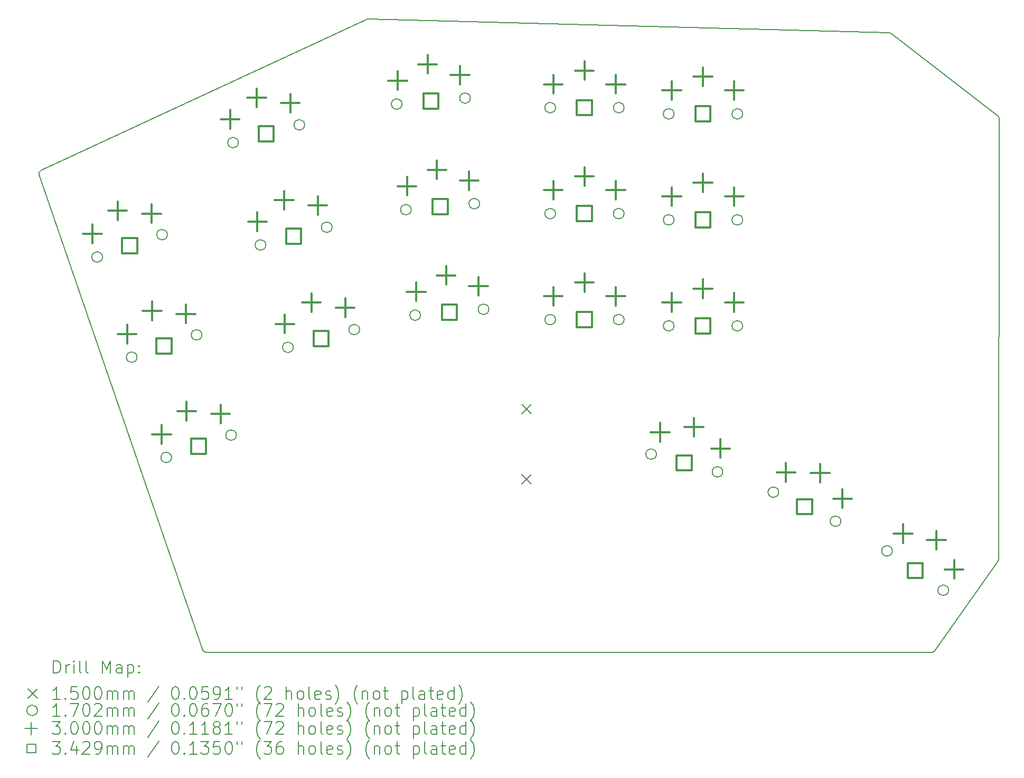
<source format=gbr>
%FSLAX45Y45*%
G04 Gerber Fmt 4.5, Leading zero omitted, Abs format (unit mm)*
G04 Created by KiCad (PCBNEW 5.99.0-unknown-fa82fcb809~131~ubuntu20.04.1) date 2021-09-08 19:53:16*
%MOMM*%
%LPD*%
G01*
G04 APERTURE LIST*
%TA.AperFunction,Profile*%
%ADD10C,0.150000*%
%TD*%
%ADD11C,0.200000*%
%ADD12C,0.150000*%
%ADD13C,0.170180*%
%ADD14C,0.300000*%
%ADD15C,0.342900*%
G04 APERTURE END LIST*
D10*
X11210202Y-3397598D02*
X-437783Y-3396573D01*
X-485055Y-3362852D02*
X-3112145Y4266773D01*
X-3085931Y4328399D02*
X2139939Y6755488D01*
X2162320Y6760122D02*
X10515904Y6539491D01*
X10545124Y6529097D02*
X12262702Y5204108D01*
X12282162Y5164424D02*
X12268700Y-1907414D01*
X12259658Y-1935997D02*
X11251164Y-3376276D01*
X-437783Y-3396573D02*
G75*
G02*
X-485055Y-3362852I4J50000D01*
G01*
X-3112145Y4266773D02*
G75*
G02*
X-3085931Y4328399I47276J16278D01*
G01*
X2139939Y6755488D02*
G75*
G02*
X2162320Y6760122I21061J-45348D01*
G01*
X10515904Y6539491D02*
G75*
G02*
X10545124Y6529097I-1320J-49983D01*
G01*
X12262702Y5204108D02*
G75*
G02*
X12282162Y5164424I-30540J-39589D01*
G01*
X12268700Y-1907414D02*
G75*
G02*
X12259658Y-1935997I-50000J95D01*
G01*
X11251164Y-3376276D02*
G75*
G02*
X11210202Y-3397598I-40958J28679D01*
G01*
D11*
D12*
X4627209Y576560D02*
X4777209Y426560D01*
X4777209Y576560D02*
X4627209Y426560D01*
X4627209Y-548440D02*
X4777209Y-698440D01*
X4777209Y-548440D02*
X4627209Y-698440D01*
D13*
X-2095343Y2943082D02*
G75*
G03*
X-2095343Y2943082I-85090J0D01*
G01*
X-2095343Y2943082D02*
G75*
G03*
X-2095343Y2943082I-85090J0D01*
G01*
X-1541877Y1335701D02*
G75*
G03*
X-1541877Y1335701I-85090J0D01*
G01*
X-1541877Y1335701D02*
G75*
G03*
X-1541877Y1335701I-85090J0D01*
G01*
X-1055272Y3301207D02*
G75*
G03*
X-1055272Y3301207I-85090J0D01*
G01*
X-1055272Y3301207D02*
G75*
G03*
X-1055272Y3301207I-85090J0D01*
G01*
X-988411Y-271681D02*
G75*
G03*
X-988411Y-271681I-85090J0D01*
G01*
X-988411Y-271681D02*
G75*
G03*
X-988411Y-271681I-85090J0D01*
G01*
X-501806Y1693826D02*
G75*
G03*
X-501806Y1693826I-85090J0D01*
G01*
X-501806Y1693826D02*
G75*
G03*
X-501806Y1693826I-85090J0D01*
G01*
X51659Y86444D02*
G75*
G03*
X51659Y86444I-85090J0D01*
G01*
X51659Y86444D02*
G75*
G03*
X51659Y86444I-85090J0D01*
G01*
X82978Y4778197D02*
G75*
G03*
X82978Y4778197I-85090J0D01*
G01*
X82978Y4778197D02*
G75*
G03*
X82978Y4778197I-85090J0D01*
G01*
X522971Y3136123D02*
G75*
G03*
X522971Y3136123I-85090J0D01*
G01*
X522971Y3136123D02*
G75*
G03*
X522971Y3136123I-85090J0D01*
G01*
X962963Y1494049D02*
G75*
G03*
X962963Y1494049I-85090J0D01*
G01*
X962963Y1494049D02*
G75*
G03*
X962963Y1494049I-85090J0D01*
G01*
X1145497Y5062898D02*
G75*
G03*
X1145497Y5062898I-85090J0D01*
G01*
X1145497Y5062898D02*
G75*
G03*
X1145497Y5062898I-85090J0D01*
G01*
X1585489Y3420824D02*
G75*
G03*
X1585489Y3420824I-85090J0D01*
G01*
X1585489Y3420824D02*
G75*
G03*
X1585489Y3420824I-85090J0D01*
G01*
X2025481Y1778750D02*
G75*
G03*
X2025481Y1778750I-85090J0D01*
G01*
X2025481Y1778750D02*
G75*
G03*
X2025481Y1778750I-85090J0D01*
G01*
X2706362Y5396264D02*
G75*
G03*
X2706362Y5396264I-85090J0D01*
G01*
X2706362Y5396264D02*
G75*
G03*
X2706362Y5396264I-85090J0D01*
G01*
X2854526Y3702733D02*
G75*
G03*
X2854526Y3702733I-85090J0D01*
G01*
X2854526Y3702733D02*
G75*
G03*
X2854526Y3702733I-85090J0D01*
G01*
X3002691Y2009202D02*
G75*
G03*
X3002691Y2009202I-85090J0D01*
G01*
X3002691Y2009202D02*
G75*
G03*
X3002691Y2009202I-85090J0D01*
G01*
X3802176Y5492136D02*
G75*
G03*
X3802176Y5492136I-85090J0D01*
G01*
X3802176Y5492136D02*
G75*
G03*
X3802176Y5492136I-85090J0D01*
G01*
X3950340Y3798605D02*
G75*
G03*
X3950340Y3798605I-85090J0D01*
G01*
X3950340Y3798605D02*
G75*
G03*
X3950340Y3798605I-85090J0D01*
G01*
X4098505Y2105074D02*
G75*
G03*
X4098505Y2105074I-85090J0D01*
G01*
X4098505Y2105074D02*
G75*
G03*
X4098505Y2105074I-85090J0D01*
G01*
X5167299Y5339060D02*
G75*
G03*
X5167299Y5339060I-85090J0D01*
G01*
X5167299Y5339060D02*
G75*
G03*
X5167299Y5339060I-85090J0D01*
G01*
X5167299Y3639060D02*
G75*
G03*
X5167299Y3639060I-85090J0D01*
G01*
X5167299Y3639060D02*
G75*
G03*
X5167299Y3639060I-85090J0D01*
G01*
X5167299Y1939060D02*
G75*
G03*
X5167299Y1939060I-85090J0D01*
G01*
X5167299Y1939060D02*
G75*
G03*
X5167299Y1939060I-85090J0D01*
G01*
X6267299Y5339060D02*
G75*
G03*
X6267299Y5339060I-85090J0D01*
G01*
X6267299Y5339060D02*
G75*
G03*
X6267299Y5339060I-85090J0D01*
G01*
X6267299Y3639060D02*
G75*
G03*
X6267299Y3639060I-85090J0D01*
G01*
X6267299Y3639060D02*
G75*
G03*
X6267299Y3639060I-85090J0D01*
G01*
X6267299Y1939060D02*
G75*
G03*
X6267299Y1939060I-85090J0D01*
G01*
X6267299Y1939060D02*
G75*
G03*
X6267299Y1939060I-85090J0D01*
G01*
X6786040Y-218589D02*
G75*
G03*
X6786040Y-218589I-85090J0D01*
G01*
X6786040Y-218589D02*
G75*
G03*
X6786040Y-218589I-85090J0D01*
G01*
X7067299Y5239060D02*
G75*
G03*
X7067299Y5239060I-85090J0D01*
G01*
X7067299Y5239060D02*
G75*
G03*
X7067299Y5239060I-85090J0D01*
G01*
X7067299Y3539060D02*
G75*
G03*
X7067299Y3539060I-85090J0D01*
G01*
X7067299Y3539060D02*
G75*
G03*
X7067299Y3539060I-85090J0D01*
G01*
X7067299Y1839060D02*
G75*
G03*
X7067299Y1839060I-85090J0D01*
G01*
X7067299Y1839060D02*
G75*
G03*
X7067299Y1839060I-85090J0D01*
G01*
X7848558Y-503290D02*
G75*
G03*
X7848558Y-503290I-85090J0D01*
G01*
X7848558Y-503290D02*
G75*
G03*
X7848558Y-503290I-85090J0D01*
G01*
X8167299Y5239060D02*
G75*
G03*
X8167299Y5239060I-85090J0D01*
G01*
X8167299Y5239060D02*
G75*
G03*
X8167299Y5239060I-85090J0D01*
G01*
X8167299Y3539060D02*
G75*
G03*
X8167299Y3539060I-85090J0D01*
G01*
X8167299Y3539060D02*
G75*
G03*
X8167299Y3539060I-85090J0D01*
G01*
X8167299Y1839060D02*
G75*
G03*
X8167299Y1839060I-85090J0D01*
G01*
X8167299Y1839060D02*
G75*
G03*
X8167299Y1839060I-85090J0D01*
G01*
X8744871Y-829522D02*
G75*
G03*
X8744871Y-829522I-85090J0D01*
G01*
X8744871Y-829522D02*
G75*
G03*
X8744871Y-829522I-85090J0D01*
G01*
X9741810Y-1294402D02*
G75*
G03*
X9741810Y-1294402I-85090J0D01*
G01*
X9741810Y-1294402D02*
G75*
G03*
X9741810Y-1294402I-85090J0D01*
G01*
X10567856Y-1771320D02*
G75*
G03*
X10567856Y-1771320I-85090J0D01*
G01*
X10567856Y-1771320D02*
G75*
G03*
X10567856Y-1771320I-85090J0D01*
G01*
X11468923Y-2402254D02*
G75*
G03*
X11468923Y-2402254I-85090J0D01*
G01*
X11468923Y-2402254D02*
G75*
G03*
X11468923Y-2402254I-85090J0D01*
G01*
D14*
X-2255245Y3463930D02*
X-2255245Y3163930D01*
X-2405245Y3313930D02*
X-2105245Y3313930D01*
X-1854111Y3834728D02*
X-1854111Y3534728D01*
X-2004111Y3684728D02*
X-1704111Y3684728D01*
X-1854111Y3834728D02*
X-1854111Y3534728D01*
X-2004111Y3684728D02*
X-1704111Y3684728D01*
X-1701779Y1856549D02*
X-1701779Y1556549D01*
X-1851779Y1706549D02*
X-1551779Y1706549D01*
X-1309726Y3789498D02*
X-1309726Y3489498D01*
X-1459726Y3639498D02*
X-1159726Y3639498D01*
X-1300645Y2227347D02*
X-1300645Y1927347D01*
X-1450645Y2077347D02*
X-1150645Y2077347D01*
X-1300645Y2227347D02*
X-1300645Y1927347D01*
X-1450645Y2077347D02*
X-1150645Y2077347D01*
X-1148313Y249167D02*
X-1148313Y-50833D01*
X-1298313Y99167D02*
X-998313Y99167D01*
X-756260Y2182117D02*
X-756260Y1882117D01*
X-906260Y2032117D02*
X-606261Y2032117D01*
X-747179Y619965D02*
X-747179Y319965D01*
X-897179Y469965D02*
X-597179Y469965D01*
X-747179Y619965D02*
X-747179Y319965D01*
X-897179Y469965D02*
X-597179Y469965D01*
X-202795Y574735D02*
X-202795Y274735D01*
X-352795Y424735D02*
X-52795Y424735D01*
X-50873Y5303360D02*
X-50873Y5003360D01*
X-200873Y5153360D02*
X99127Y5153360D01*
X375150Y5645273D02*
X375150Y5345273D01*
X225150Y5495273D02*
X525150Y5495273D01*
X375150Y5645273D02*
X375150Y5345273D01*
X225150Y5495273D02*
X525150Y5495273D01*
X389120Y3661286D02*
X389120Y3361286D01*
X239120Y3511286D02*
X539120Y3511286D01*
X815142Y4003199D02*
X815142Y3703199D01*
X665143Y3853199D02*
X965142Y3853199D01*
X815142Y4003199D02*
X815142Y3703199D01*
X665143Y3853199D02*
X965142Y3853199D01*
X829112Y2019212D02*
X829112Y1719212D01*
X679112Y1869212D02*
X979112Y1869212D01*
X915053Y5562179D02*
X915053Y5262179D01*
X765053Y5412179D02*
X1065053Y5412179D01*
X1255135Y2361125D02*
X1255135Y2061125D01*
X1105135Y2211125D02*
X1405135Y2211125D01*
X1255135Y2361125D02*
X1255135Y2061125D01*
X1105135Y2211125D02*
X1405135Y2211125D01*
X1355046Y3920105D02*
X1355046Y3620105D01*
X1205046Y3770105D02*
X1505046Y3770105D01*
X1795038Y2278031D02*
X1795038Y1978031D01*
X1645038Y2128031D02*
X1945038Y2128031D01*
X2638398Y5924195D02*
X2638398Y5624195D01*
X2488398Y5774195D02*
X2788398Y5774195D01*
X2786563Y4230664D02*
X2786563Y3930664D01*
X2636563Y4080664D02*
X2936563Y4080664D01*
X2934727Y2537133D02*
X2934727Y2237133D01*
X2784727Y2387133D02*
X3084727Y2387133D01*
X3117321Y6186936D02*
X3117321Y5886936D01*
X2967321Y6036936D02*
X3267321Y6036936D01*
X3117321Y6186936D02*
X3117321Y5886936D01*
X2967321Y6036936D02*
X3267321Y6036936D01*
X3265486Y4493405D02*
X3265486Y4193405D01*
X3115486Y4343405D02*
X3415486Y4343405D01*
X3265486Y4493405D02*
X3265486Y4193405D01*
X3115486Y4343405D02*
X3415486Y4343405D01*
X3413650Y2799874D02*
X3413650Y2499874D01*
X3263650Y2649874D02*
X3563650Y2649874D01*
X3413650Y2799874D02*
X3413650Y2499874D01*
X3263650Y2649874D02*
X3563650Y2649874D01*
X3634593Y6011351D02*
X3634593Y5711351D01*
X3484593Y5861351D02*
X3784593Y5861351D01*
X3782757Y4317820D02*
X3782757Y4017820D01*
X3632757Y4167820D02*
X3932757Y4167820D01*
X3930922Y2624289D02*
X3930922Y2324289D01*
X3780922Y2474289D02*
X4080922Y2474289D01*
X5132209Y5864060D02*
X5132209Y5564060D01*
X4982209Y5714060D02*
X5282209Y5714060D01*
X5132209Y4164060D02*
X5132209Y3864060D01*
X4982209Y4014060D02*
X5282209Y4014060D01*
X5132209Y2464060D02*
X5132209Y2164060D01*
X4982209Y2314060D02*
X5282209Y2314060D01*
X5632209Y6084060D02*
X5632209Y5784060D01*
X5482209Y5934060D02*
X5782209Y5934060D01*
X5632209Y6084060D02*
X5632209Y5784060D01*
X5482209Y5934060D02*
X5782209Y5934060D01*
X5632209Y4384060D02*
X5632209Y4084060D01*
X5482209Y4234060D02*
X5782209Y4234060D01*
X5632209Y4384060D02*
X5632209Y4084060D01*
X5482209Y4234060D02*
X5782209Y4234060D01*
X5632209Y2684060D02*
X5632209Y2384060D01*
X5482209Y2534060D02*
X5782209Y2534060D01*
X5632209Y2684060D02*
X5632209Y2384060D01*
X5482209Y2534060D02*
X5782209Y2534060D01*
X6132209Y5864060D02*
X6132209Y5564060D01*
X5982209Y5714060D02*
X6282209Y5714060D01*
X6132209Y4164060D02*
X6132209Y3864060D01*
X5982209Y4014060D02*
X6282209Y4014060D01*
X6132209Y2464060D02*
X6132209Y2164060D01*
X5982209Y2314060D02*
X6282209Y2314060D01*
X6846303Y280692D02*
X6846303Y-19308D01*
X6696303Y130692D02*
X6996303Y130692D01*
X7032209Y5764060D02*
X7032209Y5464060D01*
X6882209Y5614060D02*
X7182209Y5614060D01*
X7032209Y4064060D02*
X7032209Y3764060D01*
X6882209Y3914060D02*
X7182209Y3914060D01*
X7032209Y2364060D02*
X7032209Y2064060D01*
X6882209Y2214060D02*
X7182209Y2214060D01*
X7386206Y363786D02*
X7386206Y63786D01*
X7236206Y213786D02*
X7536206Y213786D01*
X7386206Y363786D02*
X7386206Y63786D01*
X7236206Y213786D02*
X7536206Y213786D01*
X7532209Y5984060D02*
X7532209Y5684060D01*
X7382209Y5834060D02*
X7682209Y5834060D01*
X7532209Y5984060D02*
X7532209Y5684060D01*
X7382209Y5834060D02*
X7682209Y5834060D01*
X7532209Y4284060D02*
X7532209Y3984060D01*
X7382209Y4134060D02*
X7682209Y4134060D01*
X7532209Y4284060D02*
X7532209Y3984060D01*
X7382209Y4134060D02*
X7682209Y4134060D01*
X7532209Y2584060D02*
X7532209Y2284060D01*
X7382209Y2434060D02*
X7682209Y2434060D01*
X7532209Y2584060D02*
X7532209Y2284060D01*
X7382209Y2434060D02*
X7682209Y2434060D01*
X7812229Y21873D02*
X7812229Y-278127D01*
X7662229Y-128127D02*
X7962229Y-128127D01*
X8032209Y5764060D02*
X8032209Y5464060D01*
X7882209Y5614060D02*
X8182209Y5614060D01*
X8032209Y4064060D02*
X8032209Y3764060D01*
X7882209Y3914060D02*
X8182209Y3914060D01*
X8032209Y2364060D02*
X8032209Y2064060D01*
X7882209Y2214060D02*
X8182209Y2214060D01*
X8863578Y-360787D02*
X8863578Y-660787D01*
X8713578Y-510787D02*
X9013578Y-510787D01*
X9409708Y-372708D02*
X9409708Y-672709D01*
X9259708Y-522708D02*
X9559708Y-522708D01*
X9409708Y-372708D02*
X9409708Y-672709D01*
X9259708Y-522708D02*
X9559708Y-522708D01*
X9769886Y-783405D02*
X9769886Y-1083405D01*
X9619886Y-933405D02*
X9919886Y-933405D01*
X10738815Y-1342817D02*
X10738815Y-1642816D01*
X10588815Y-1492816D02*
X10888815Y-1492816D01*
X11274577Y-1449391D02*
X11274577Y-1749391D01*
X11124578Y-1599391D02*
X11424577Y-1599391D01*
X11274577Y-1449391D02*
X11274577Y-1749391D01*
X11124578Y-1599391D02*
X11424577Y-1599391D01*
X11557967Y-1916393D02*
X11557967Y-2216393D01*
X11407967Y-2066393D02*
X11707967Y-2066393D01*
D15*
X-1539163Y3000910D02*
X-1539163Y3243379D01*
X-1781632Y3243379D01*
X-1781632Y3000910D01*
X-1539163Y3000910D01*
X-1539163Y3000910D02*
X-1539163Y3243379D01*
X-1781632Y3243379D01*
X-1781632Y3000910D01*
X-1539163Y3000910D01*
X-985697Y1393529D02*
X-985697Y1635998D01*
X-1228166Y1635998D01*
X-1228166Y1393529D01*
X-985697Y1393529D01*
X-985697Y1393529D02*
X-985697Y1635998D01*
X-1228166Y1635998D01*
X-1228166Y1393529D01*
X-985697Y1393529D01*
X-432231Y-213853D02*
X-432231Y28616D01*
X-674701Y28616D01*
X-674701Y-213853D01*
X-432231Y-213853D01*
X-432231Y-213853D02*
X-432231Y28616D01*
X-674701Y28616D01*
X-674701Y-213853D01*
X-432231Y-213853D01*
X650382Y4799313D02*
X650382Y5041782D01*
X407913Y5041782D01*
X407913Y4799313D01*
X650382Y4799313D01*
X650382Y4799313D02*
X650382Y5041782D01*
X407913Y5041782D01*
X407913Y4799313D01*
X650382Y4799313D01*
X1090374Y3157238D02*
X1090374Y3399708D01*
X847905Y3399708D01*
X847905Y3157238D01*
X1090374Y3157238D01*
X1090374Y3157238D02*
X1090374Y3399708D01*
X847905Y3399708D01*
X847905Y3157238D01*
X1090374Y3157238D01*
X1530367Y1515165D02*
X1530367Y1757634D01*
X1287898Y1757634D01*
X1287898Y1515165D01*
X1530367Y1515165D01*
X1530367Y1515165D02*
X1530367Y1757634D01*
X1287898Y1757634D01*
X1287898Y1515165D01*
X1530367Y1515165D01*
X3290413Y5322965D02*
X3290413Y5565435D01*
X3047944Y5565435D01*
X3047944Y5322965D01*
X3290413Y5322965D01*
X3290413Y5322965D02*
X3290413Y5565435D01*
X3047944Y5565435D01*
X3047944Y5322965D01*
X3290413Y5322965D01*
X3438578Y3629434D02*
X3438578Y3871904D01*
X3196109Y3871904D01*
X3196109Y3629434D01*
X3438578Y3629434D01*
X3438578Y3629434D02*
X3438578Y3871904D01*
X3196109Y3871904D01*
X3196109Y3629434D01*
X3438578Y3629434D01*
X3586743Y1935903D02*
X3586743Y2178373D01*
X3344274Y2178373D01*
X3344274Y1935903D01*
X3586743Y1935903D01*
X3586743Y1935903D02*
X3586743Y2178373D01*
X3344274Y2178373D01*
X3344274Y1935903D01*
X3586743Y1935903D01*
X5753444Y5217826D02*
X5753444Y5460295D01*
X5510975Y5460295D01*
X5510975Y5217826D01*
X5753444Y5217826D01*
X5753444Y5217826D02*
X5753444Y5460295D01*
X5510975Y5460295D01*
X5510975Y5217826D01*
X5753444Y5217826D01*
X5753444Y3517825D02*
X5753444Y3760295D01*
X5510975Y3760295D01*
X5510975Y3517825D01*
X5753444Y3517825D01*
X5753444Y3517825D02*
X5753444Y3760295D01*
X5510975Y3760295D01*
X5510975Y3517825D01*
X5753444Y3517825D01*
X5753444Y1817825D02*
X5753444Y2060295D01*
X5510975Y2060295D01*
X5510975Y1817825D01*
X5753444Y1817825D01*
X5753444Y1817825D02*
X5753444Y2060295D01*
X5510975Y2060295D01*
X5510975Y1817825D01*
X5753444Y1817825D01*
X7353444Y-482174D02*
X7353444Y-239705D01*
X7110974Y-239705D01*
X7110974Y-482174D01*
X7353444Y-482174D01*
X7353444Y-482174D02*
X7353444Y-239705D01*
X7110974Y-239705D01*
X7110974Y-482174D01*
X7353444Y-482174D01*
X7653444Y5117826D02*
X7653444Y5360295D01*
X7410974Y5360295D01*
X7410974Y5117826D01*
X7653444Y5117826D01*
X7653444Y5117826D02*
X7653444Y5360295D01*
X7410974Y5360295D01*
X7410974Y5117826D01*
X7653444Y5117826D01*
X7653444Y3417825D02*
X7653444Y3660295D01*
X7410974Y3660295D01*
X7410974Y3417825D01*
X7653444Y3417825D01*
X7653444Y3417825D02*
X7653444Y3660295D01*
X7410974Y3660295D01*
X7410974Y3417825D01*
X7653444Y3417825D01*
X7653444Y1717825D02*
X7653444Y1960295D01*
X7410974Y1960295D01*
X7410974Y1717825D01*
X7653444Y1717825D01*
X7653444Y1717825D02*
X7653444Y1960295D01*
X7410974Y1960295D01*
X7410974Y1717825D01*
X7653444Y1717825D01*
X9279485Y-1183196D02*
X9279485Y-940727D01*
X9037016Y-940727D01*
X9037016Y-1183196D01*
X9279485Y-1183196D01*
X9279485Y-1183196D02*
X9279485Y-940727D01*
X9037016Y-940727D01*
X9037016Y-1183196D01*
X9279485Y-1183196D01*
X11054534Y-2208021D02*
X11054534Y-1965552D01*
X10812065Y-1965552D01*
X10812065Y-2208021D01*
X11054534Y-2208021D01*
X11054534Y-2208021D02*
X11054534Y-1965552D01*
X10812065Y-1965552D01*
X10812065Y-2208021D01*
X11054534Y-2208021D01*
D11*
X-2879750Y-3730574D02*
X-2879750Y-3530574D01*
X-2832131Y-3530574D01*
X-2803560Y-3540098D01*
X-2784512Y-3559145D01*
X-2774989Y-3578193D01*
X-2765465Y-3616288D01*
X-2765465Y-3644860D01*
X-2774989Y-3682955D01*
X-2784512Y-3702002D01*
X-2803560Y-3721050D01*
X-2832131Y-3730574D01*
X-2879750Y-3730574D01*
X-2679751Y-3730574D02*
X-2679751Y-3597240D01*
X-2679751Y-3635336D02*
X-2670227Y-3616288D01*
X-2660703Y-3606764D01*
X-2641655Y-3597240D01*
X-2622608Y-3597240D01*
X-2555941Y-3730574D02*
X-2555941Y-3597240D01*
X-2555941Y-3530574D02*
X-2565465Y-3540098D01*
X-2555941Y-3549621D01*
X-2546417Y-3540098D01*
X-2555941Y-3530574D01*
X-2555941Y-3549621D01*
X-2432132Y-3730574D02*
X-2451179Y-3721050D01*
X-2460703Y-3702002D01*
X-2460703Y-3530574D01*
X-2327370Y-3730574D02*
X-2346417Y-3721050D01*
X-2355941Y-3702002D01*
X-2355941Y-3530574D01*
X-2098798Y-3730574D02*
X-2098798Y-3530574D01*
X-2032131Y-3673431D01*
X-1965465Y-3530574D01*
X-1965465Y-3730574D01*
X-1784512Y-3730574D02*
X-1784512Y-3625812D01*
X-1794036Y-3606764D01*
X-1813084Y-3597240D01*
X-1851179Y-3597240D01*
X-1870227Y-3606764D01*
X-1784512Y-3721050D02*
X-1803560Y-3730574D01*
X-1851179Y-3730574D01*
X-1870227Y-3721050D01*
X-1879750Y-3702002D01*
X-1879750Y-3682955D01*
X-1870227Y-3663907D01*
X-1851179Y-3654383D01*
X-1803560Y-3654383D01*
X-1784512Y-3644860D01*
X-1689274Y-3597240D02*
X-1689274Y-3797240D01*
X-1689274Y-3606764D02*
X-1670227Y-3597240D01*
X-1632131Y-3597240D01*
X-1613084Y-3606764D01*
X-1603560Y-3616288D01*
X-1594036Y-3635336D01*
X-1594036Y-3692479D01*
X-1603560Y-3711526D01*
X-1613084Y-3721050D01*
X-1632131Y-3730574D01*
X-1670227Y-3730574D01*
X-1689274Y-3721050D01*
X-1508322Y-3711526D02*
X-1498798Y-3721050D01*
X-1508322Y-3730574D01*
X-1517846Y-3721050D01*
X-1508322Y-3711526D01*
X-1508322Y-3730574D01*
X-1508322Y-3606764D02*
X-1498798Y-3616288D01*
X-1508322Y-3625812D01*
X-1517846Y-3616288D01*
X-1508322Y-3606764D01*
X-1508322Y-3625812D01*
D12*
X-3287370Y-3985098D02*
X-3137370Y-4135098D01*
X-3137370Y-3985098D02*
X-3287370Y-4135098D01*
D11*
X-2774989Y-4150574D02*
X-2889274Y-4150574D01*
X-2832131Y-4150574D02*
X-2832131Y-3950574D01*
X-2851179Y-3979145D01*
X-2870227Y-3998193D01*
X-2889274Y-4007717D01*
X-2689274Y-4131526D02*
X-2679751Y-4141050D01*
X-2689274Y-4150574D01*
X-2698798Y-4141050D01*
X-2689274Y-4131526D01*
X-2689274Y-4150574D01*
X-2498798Y-3950574D02*
X-2594036Y-3950574D01*
X-2603560Y-4045812D01*
X-2594036Y-4036288D01*
X-2574989Y-4026764D01*
X-2527370Y-4026764D01*
X-2508322Y-4036288D01*
X-2498798Y-4045812D01*
X-2489274Y-4064860D01*
X-2489274Y-4112479D01*
X-2498798Y-4131526D01*
X-2508322Y-4141050D01*
X-2527370Y-4150574D01*
X-2574989Y-4150574D01*
X-2594036Y-4141050D01*
X-2603560Y-4131526D01*
X-2365465Y-3950574D02*
X-2346417Y-3950574D01*
X-2327370Y-3960098D01*
X-2317846Y-3969621D01*
X-2308322Y-3988669D01*
X-2298798Y-4026764D01*
X-2298798Y-4074383D01*
X-2308322Y-4112479D01*
X-2317846Y-4131526D01*
X-2327370Y-4141050D01*
X-2346417Y-4150574D01*
X-2365465Y-4150574D01*
X-2384512Y-4141050D01*
X-2394036Y-4131526D01*
X-2403560Y-4112479D01*
X-2413084Y-4074383D01*
X-2413084Y-4026764D01*
X-2403560Y-3988669D01*
X-2394036Y-3969621D01*
X-2384512Y-3960098D01*
X-2365465Y-3950574D01*
X-2174989Y-3950574D02*
X-2155941Y-3950574D01*
X-2136893Y-3960098D01*
X-2127370Y-3969621D01*
X-2117846Y-3988669D01*
X-2108322Y-4026764D01*
X-2108322Y-4074383D01*
X-2117846Y-4112479D01*
X-2127370Y-4131526D01*
X-2136893Y-4141050D01*
X-2155941Y-4150574D01*
X-2174989Y-4150574D01*
X-2194036Y-4141050D01*
X-2203560Y-4131526D01*
X-2213084Y-4112479D01*
X-2222608Y-4074383D01*
X-2222608Y-4026764D01*
X-2213084Y-3988669D01*
X-2203560Y-3969621D01*
X-2194036Y-3960098D01*
X-2174989Y-3950574D01*
X-2022608Y-4150574D02*
X-2022608Y-4017240D01*
X-2022608Y-4036288D02*
X-2013084Y-4026764D01*
X-1994036Y-4017240D01*
X-1965465Y-4017240D01*
X-1946417Y-4026764D01*
X-1936893Y-4045812D01*
X-1936893Y-4150574D01*
X-1936893Y-4045812D02*
X-1927370Y-4026764D01*
X-1908322Y-4017240D01*
X-1879750Y-4017240D01*
X-1860703Y-4026764D01*
X-1851179Y-4045812D01*
X-1851179Y-4150574D01*
X-1755941Y-4150574D02*
X-1755941Y-4017240D01*
X-1755941Y-4036288D02*
X-1746417Y-4026764D01*
X-1727370Y-4017240D01*
X-1698798Y-4017240D01*
X-1679750Y-4026764D01*
X-1670227Y-4045812D01*
X-1670227Y-4150574D01*
X-1670227Y-4045812D02*
X-1660703Y-4026764D01*
X-1641655Y-4017240D01*
X-1613084Y-4017240D01*
X-1594036Y-4026764D01*
X-1584512Y-4045812D01*
X-1584512Y-4150574D01*
X-1194036Y-3941050D02*
X-1365465Y-4198193D01*
X-936893Y-3950574D02*
X-917846Y-3950574D01*
X-898798Y-3960098D01*
X-889274Y-3969621D01*
X-879750Y-3988669D01*
X-870227Y-4026764D01*
X-870227Y-4074383D01*
X-879750Y-4112479D01*
X-889274Y-4131526D01*
X-898798Y-4141050D01*
X-917846Y-4150574D01*
X-936893Y-4150574D01*
X-955941Y-4141050D01*
X-965465Y-4131526D01*
X-974989Y-4112479D01*
X-984512Y-4074383D01*
X-984512Y-4026764D01*
X-974989Y-3988669D01*
X-965465Y-3969621D01*
X-955941Y-3960098D01*
X-936893Y-3950574D01*
X-784512Y-4131526D02*
X-774989Y-4141050D01*
X-784512Y-4150574D01*
X-794036Y-4141050D01*
X-784512Y-4131526D01*
X-784512Y-4150574D01*
X-651179Y-3950574D02*
X-632132Y-3950574D01*
X-613084Y-3960098D01*
X-603560Y-3969621D01*
X-594036Y-3988669D01*
X-584512Y-4026764D01*
X-584512Y-4074383D01*
X-594036Y-4112479D01*
X-603560Y-4131526D01*
X-613084Y-4141050D01*
X-632132Y-4150574D01*
X-651179Y-4150574D01*
X-670227Y-4141050D01*
X-679751Y-4131526D01*
X-689274Y-4112479D01*
X-698798Y-4074383D01*
X-698798Y-4026764D01*
X-689274Y-3988669D01*
X-679751Y-3969621D01*
X-670227Y-3960098D01*
X-651179Y-3950574D01*
X-403560Y-3950574D02*
X-498798Y-3950574D01*
X-508322Y-4045812D01*
X-498798Y-4036288D01*
X-479750Y-4026764D01*
X-432131Y-4026764D01*
X-413084Y-4036288D01*
X-403560Y-4045812D01*
X-394036Y-4064860D01*
X-394036Y-4112479D01*
X-403560Y-4131526D01*
X-413084Y-4141050D01*
X-432131Y-4150574D01*
X-479750Y-4150574D01*
X-498798Y-4141050D01*
X-508322Y-4131526D01*
X-298798Y-4150574D02*
X-260703Y-4150574D01*
X-241655Y-4141050D01*
X-232131Y-4131526D01*
X-213084Y-4102955D01*
X-203560Y-4064860D01*
X-203560Y-3988669D01*
X-213084Y-3969621D01*
X-222608Y-3960098D01*
X-241655Y-3950574D01*
X-279751Y-3950574D01*
X-298798Y-3960098D01*
X-308322Y-3969621D01*
X-317846Y-3988669D01*
X-317846Y-4036288D01*
X-308322Y-4055336D01*
X-298798Y-4064860D01*
X-279751Y-4074383D01*
X-241655Y-4074383D01*
X-222608Y-4064860D01*
X-213084Y-4055336D01*
X-203560Y-4036288D01*
X-13084Y-4150574D02*
X-127370Y-4150574D01*
X-70227Y-4150574D02*
X-70227Y-3950574D01*
X-89274Y-3979145D01*
X-108322Y-3998193D01*
X-127370Y-4007717D01*
X63106Y-3950574D02*
X63106Y-3988669D01*
X139297Y-3950574D02*
X139297Y-3988669D01*
X434535Y-4226764D02*
X425011Y-4217241D01*
X405964Y-4188669D01*
X396440Y-4169621D01*
X386916Y-4141050D01*
X377392Y-4093431D01*
X377392Y-4055336D01*
X386916Y-4007717D01*
X396440Y-3979145D01*
X405964Y-3960098D01*
X425011Y-3931526D01*
X434535Y-3922002D01*
X501202Y-3969621D02*
X510726Y-3960098D01*
X529773Y-3950574D01*
X577392Y-3950574D01*
X596440Y-3960098D01*
X605964Y-3969621D01*
X615488Y-3988669D01*
X615488Y-4007717D01*
X605964Y-4036288D01*
X491678Y-4150574D01*
X615488Y-4150574D01*
X853583Y-4150574D02*
X853583Y-3950574D01*
X939297Y-4150574D02*
X939297Y-4045812D01*
X929773Y-4026764D01*
X910726Y-4017240D01*
X882154Y-4017240D01*
X863106Y-4026764D01*
X853583Y-4036288D01*
X1063107Y-4150574D02*
X1044059Y-4141050D01*
X1034535Y-4131526D01*
X1025011Y-4112479D01*
X1025011Y-4055336D01*
X1034535Y-4036288D01*
X1044059Y-4026764D01*
X1063107Y-4017240D01*
X1091678Y-4017240D01*
X1110726Y-4026764D01*
X1120249Y-4036288D01*
X1129773Y-4055336D01*
X1129773Y-4112479D01*
X1120249Y-4131526D01*
X1110726Y-4141050D01*
X1091678Y-4150574D01*
X1063107Y-4150574D01*
X1244059Y-4150574D02*
X1225011Y-4141050D01*
X1215488Y-4122002D01*
X1215488Y-3950574D01*
X1396440Y-4141050D02*
X1377392Y-4150574D01*
X1339297Y-4150574D01*
X1320249Y-4141050D01*
X1310726Y-4122002D01*
X1310726Y-4045812D01*
X1320249Y-4026764D01*
X1339297Y-4017240D01*
X1377392Y-4017240D01*
X1396440Y-4026764D01*
X1405964Y-4045812D01*
X1405964Y-4064860D01*
X1310726Y-4083907D01*
X1482154Y-4141050D02*
X1501202Y-4150574D01*
X1539297Y-4150574D01*
X1558345Y-4141050D01*
X1567868Y-4122002D01*
X1567868Y-4112479D01*
X1558345Y-4093431D01*
X1539297Y-4083907D01*
X1510726Y-4083907D01*
X1491678Y-4074383D01*
X1482154Y-4055336D01*
X1482154Y-4045812D01*
X1491678Y-4026764D01*
X1510726Y-4017240D01*
X1539297Y-4017240D01*
X1558345Y-4026764D01*
X1634535Y-4226764D02*
X1644059Y-4217241D01*
X1663106Y-4188669D01*
X1672630Y-4169621D01*
X1682154Y-4141050D01*
X1691678Y-4093431D01*
X1691678Y-4055336D01*
X1682154Y-4007717D01*
X1672630Y-3979145D01*
X1663106Y-3960098D01*
X1644059Y-3931526D01*
X1634535Y-3922002D01*
X1996440Y-4226764D02*
X1986916Y-4217241D01*
X1967868Y-4188669D01*
X1958345Y-4169621D01*
X1948821Y-4141050D01*
X1939297Y-4093431D01*
X1939297Y-4055336D01*
X1948821Y-4007717D01*
X1958345Y-3979145D01*
X1967868Y-3960098D01*
X1986916Y-3931526D01*
X1996440Y-3922002D01*
X2072630Y-4017240D02*
X2072630Y-4150574D01*
X2072630Y-4036288D02*
X2082154Y-4026764D01*
X2101202Y-4017240D01*
X2129773Y-4017240D01*
X2148821Y-4026764D01*
X2158345Y-4045812D01*
X2158345Y-4150574D01*
X2282154Y-4150574D02*
X2263107Y-4141050D01*
X2253583Y-4131526D01*
X2244059Y-4112479D01*
X2244059Y-4055336D01*
X2253583Y-4036288D01*
X2263107Y-4026764D01*
X2282154Y-4017240D01*
X2310726Y-4017240D01*
X2329773Y-4026764D01*
X2339297Y-4036288D01*
X2348821Y-4055336D01*
X2348821Y-4112479D01*
X2339297Y-4131526D01*
X2329773Y-4141050D01*
X2310726Y-4150574D01*
X2282154Y-4150574D01*
X2405964Y-4017240D02*
X2482154Y-4017240D01*
X2434535Y-3950574D02*
X2434535Y-4122002D01*
X2444059Y-4141050D01*
X2463107Y-4150574D01*
X2482154Y-4150574D01*
X2701202Y-4017240D02*
X2701202Y-4217241D01*
X2701202Y-4026764D02*
X2720249Y-4017240D01*
X2758345Y-4017240D01*
X2777392Y-4026764D01*
X2786916Y-4036288D01*
X2796440Y-4055336D01*
X2796440Y-4112479D01*
X2786916Y-4131526D01*
X2777392Y-4141050D01*
X2758345Y-4150574D01*
X2720249Y-4150574D01*
X2701202Y-4141050D01*
X2910726Y-4150574D02*
X2891678Y-4141050D01*
X2882154Y-4122002D01*
X2882154Y-3950574D01*
X3072630Y-4150574D02*
X3072630Y-4045812D01*
X3063106Y-4026764D01*
X3044059Y-4017240D01*
X3005964Y-4017240D01*
X2986916Y-4026764D01*
X3072630Y-4141050D02*
X3053583Y-4150574D01*
X3005964Y-4150574D01*
X2986916Y-4141050D01*
X2977392Y-4122002D01*
X2977392Y-4102955D01*
X2986916Y-4083907D01*
X3005964Y-4074383D01*
X3053583Y-4074383D01*
X3072630Y-4064860D01*
X3139297Y-4017240D02*
X3215487Y-4017240D01*
X3167868Y-3950574D02*
X3167868Y-4122002D01*
X3177392Y-4141050D01*
X3196440Y-4150574D01*
X3215487Y-4150574D01*
X3358345Y-4141050D02*
X3339297Y-4150574D01*
X3301202Y-4150574D01*
X3282154Y-4141050D01*
X3272630Y-4122002D01*
X3272630Y-4045812D01*
X3282154Y-4026764D01*
X3301202Y-4017240D01*
X3339297Y-4017240D01*
X3358345Y-4026764D01*
X3367868Y-4045812D01*
X3367868Y-4064860D01*
X3272630Y-4083907D01*
X3539297Y-4150574D02*
X3539297Y-3950574D01*
X3539297Y-4141050D02*
X3520249Y-4150574D01*
X3482154Y-4150574D01*
X3463106Y-4141050D01*
X3453583Y-4131526D01*
X3444059Y-4112479D01*
X3444059Y-4055336D01*
X3453583Y-4036288D01*
X3463106Y-4026764D01*
X3482154Y-4017240D01*
X3520249Y-4017240D01*
X3539297Y-4026764D01*
X3615487Y-4226764D02*
X3625011Y-4217241D01*
X3644059Y-4188669D01*
X3653583Y-4169621D01*
X3663106Y-4141050D01*
X3672630Y-4093431D01*
X3672630Y-4055336D01*
X3663106Y-4007717D01*
X3653583Y-3979145D01*
X3644059Y-3960098D01*
X3625011Y-3931526D01*
X3615487Y-3922002D01*
D13*
X-3137370Y-4330098D02*
G75*
G03*
X-3137370Y-4330098I-85090J0D01*
G01*
D11*
X-2774989Y-4420574D02*
X-2889274Y-4420574D01*
X-2832131Y-4420574D02*
X-2832131Y-4220574D01*
X-2851179Y-4249145D01*
X-2870227Y-4268193D01*
X-2889274Y-4277717D01*
X-2689274Y-4401526D02*
X-2679751Y-4411050D01*
X-2689274Y-4420574D01*
X-2698798Y-4411050D01*
X-2689274Y-4401526D01*
X-2689274Y-4420574D01*
X-2613084Y-4220574D02*
X-2479751Y-4220574D01*
X-2565465Y-4420574D01*
X-2365465Y-4220574D02*
X-2346417Y-4220574D01*
X-2327370Y-4230098D01*
X-2317846Y-4239622D01*
X-2308322Y-4258669D01*
X-2298798Y-4296764D01*
X-2298798Y-4344383D01*
X-2308322Y-4382479D01*
X-2317846Y-4401526D01*
X-2327370Y-4411050D01*
X-2346417Y-4420574D01*
X-2365465Y-4420574D01*
X-2384512Y-4411050D01*
X-2394036Y-4401526D01*
X-2403560Y-4382479D01*
X-2413084Y-4344383D01*
X-2413084Y-4296764D01*
X-2403560Y-4258669D01*
X-2394036Y-4239622D01*
X-2384512Y-4230098D01*
X-2365465Y-4220574D01*
X-2222608Y-4239622D02*
X-2213084Y-4230098D01*
X-2194036Y-4220574D01*
X-2146417Y-4220574D01*
X-2127370Y-4230098D01*
X-2117846Y-4239622D01*
X-2108322Y-4258669D01*
X-2108322Y-4277717D01*
X-2117846Y-4306288D01*
X-2232132Y-4420574D01*
X-2108322Y-4420574D01*
X-2022608Y-4420574D02*
X-2022608Y-4287241D01*
X-2022608Y-4306288D02*
X-2013084Y-4296764D01*
X-1994036Y-4287241D01*
X-1965465Y-4287241D01*
X-1946417Y-4296764D01*
X-1936893Y-4315812D01*
X-1936893Y-4420574D01*
X-1936893Y-4315812D02*
X-1927370Y-4296764D01*
X-1908322Y-4287241D01*
X-1879750Y-4287241D01*
X-1860703Y-4296764D01*
X-1851179Y-4315812D01*
X-1851179Y-4420574D01*
X-1755941Y-4420574D02*
X-1755941Y-4287241D01*
X-1755941Y-4306288D02*
X-1746417Y-4296764D01*
X-1727370Y-4287241D01*
X-1698798Y-4287241D01*
X-1679750Y-4296764D01*
X-1670227Y-4315812D01*
X-1670227Y-4420574D01*
X-1670227Y-4315812D02*
X-1660703Y-4296764D01*
X-1641655Y-4287241D01*
X-1613084Y-4287241D01*
X-1594036Y-4296764D01*
X-1584512Y-4315812D01*
X-1584512Y-4420574D01*
X-1194036Y-4211050D02*
X-1365465Y-4468193D01*
X-936893Y-4220574D02*
X-917846Y-4220574D01*
X-898798Y-4230098D01*
X-889274Y-4239622D01*
X-879750Y-4258669D01*
X-870227Y-4296764D01*
X-870227Y-4344383D01*
X-879750Y-4382479D01*
X-889274Y-4401526D01*
X-898798Y-4411050D01*
X-917846Y-4420574D01*
X-936893Y-4420574D01*
X-955941Y-4411050D01*
X-965465Y-4401526D01*
X-974989Y-4382479D01*
X-984512Y-4344383D01*
X-984512Y-4296764D01*
X-974989Y-4258669D01*
X-965465Y-4239622D01*
X-955941Y-4230098D01*
X-936893Y-4220574D01*
X-784512Y-4401526D02*
X-774989Y-4411050D01*
X-784512Y-4420574D01*
X-794036Y-4411050D01*
X-784512Y-4401526D01*
X-784512Y-4420574D01*
X-651179Y-4220574D02*
X-632132Y-4220574D01*
X-613084Y-4230098D01*
X-603560Y-4239622D01*
X-594036Y-4258669D01*
X-584512Y-4296764D01*
X-584512Y-4344383D01*
X-594036Y-4382479D01*
X-603560Y-4401526D01*
X-613084Y-4411050D01*
X-632132Y-4420574D01*
X-651179Y-4420574D01*
X-670227Y-4411050D01*
X-679751Y-4401526D01*
X-689274Y-4382479D01*
X-698798Y-4344383D01*
X-698798Y-4296764D01*
X-689274Y-4258669D01*
X-679751Y-4239622D01*
X-670227Y-4230098D01*
X-651179Y-4220574D01*
X-413084Y-4220574D02*
X-451179Y-4220574D01*
X-470227Y-4230098D01*
X-479750Y-4239622D01*
X-498798Y-4268193D01*
X-508322Y-4306288D01*
X-508322Y-4382479D01*
X-498798Y-4401526D01*
X-489274Y-4411050D01*
X-470227Y-4420574D01*
X-432131Y-4420574D01*
X-413084Y-4411050D01*
X-403560Y-4401526D01*
X-394036Y-4382479D01*
X-394036Y-4334860D01*
X-403560Y-4315812D01*
X-413084Y-4306288D01*
X-432131Y-4296764D01*
X-470227Y-4296764D01*
X-489274Y-4306288D01*
X-498798Y-4315812D01*
X-508322Y-4334860D01*
X-327370Y-4220574D02*
X-194036Y-4220574D01*
X-279751Y-4420574D01*
X-79751Y-4220574D02*
X-60703Y-4220574D01*
X-41655Y-4230098D01*
X-32131Y-4239622D01*
X-22608Y-4258669D01*
X-13084Y-4296764D01*
X-13084Y-4344383D01*
X-22608Y-4382479D01*
X-32131Y-4401526D01*
X-41655Y-4411050D01*
X-60703Y-4420574D01*
X-79751Y-4420574D01*
X-98798Y-4411050D01*
X-108322Y-4401526D01*
X-117846Y-4382479D01*
X-127370Y-4344383D01*
X-127370Y-4296764D01*
X-117846Y-4258669D01*
X-108322Y-4239622D01*
X-98798Y-4230098D01*
X-79751Y-4220574D01*
X63106Y-4220574D02*
X63106Y-4258669D01*
X139297Y-4220574D02*
X139297Y-4258669D01*
X434535Y-4496764D02*
X425011Y-4487241D01*
X405964Y-4458669D01*
X396440Y-4439622D01*
X386916Y-4411050D01*
X377392Y-4363431D01*
X377392Y-4325336D01*
X386916Y-4277717D01*
X396440Y-4249145D01*
X405964Y-4230098D01*
X425011Y-4201526D01*
X434535Y-4192002D01*
X491678Y-4220574D02*
X625011Y-4220574D01*
X539297Y-4420574D01*
X691678Y-4239622D02*
X701202Y-4230098D01*
X720249Y-4220574D01*
X767868Y-4220574D01*
X786916Y-4230098D01*
X796440Y-4239622D01*
X805964Y-4258669D01*
X805964Y-4277717D01*
X796440Y-4306288D01*
X682154Y-4420574D01*
X805964Y-4420574D01*
X1044059Y-4420574D02*
X1044059Y-4220574D01*
X1129773Y-4420574D02*
X1129773Y-4315812D01*
X1120249Y-4296764D01*
X1101202Y-4287241D01*
X1072630Y-4287241D01*
X1053583Y-4296764D01*
X1044059Y-4306288D01*
X1253583Y-4420574D02*
X1234535Y-4411050D01*
X1225011Y-4401526D01*
X1215488Y-4382479D01*
X1215488Y-4325336D01*
X1225011Y-4306288D01*
X1234535Y-4296764D01*
X1253583Y-4287241D01*
X1282154Y-4287241D01*
X1301202Y-4296764D01*
X1310726Y-4306288D01*
X1320249Y-4325336D01*
X1320249Y-4382479D01*
X1310726Y-4401526D01*
X1301202Y-4411050D01*
X1282154Y-4420574D01*
X1253583Y-4420574D01*
X1434535Y-4420574D02*
X1415487Y-4411050D01*
X1405964Y-4392002D01*
X1405964Y-4220574D01*
X1586916Y-4411050D02*
X1567868Y-4420574D01*
X1529773Y-4420574D01*
X1510726Y-4411050D01*
X1501202Y-4392002D01*
X1501202Y-4315812D01*
X1510726Y-4296764D01*
X1529773Y-4287241D01*
X1567868Y-4287241D01*
X1586916Y-4296764D01*
X1596440Y-4315812D01*
X1596440Y-4334860D01*
X1501202Y-4353907D01*
X1672630Y-4411050D02*
X1691678Y-4420574D01*
X1729773Y-4420574D01*
X1748821Y-4411050D01*
X1758345Y-4392002D01*
X1758345Y-4382479D01*
X1748821Y-4363431D01*
X1729773Y-4353907D01*
X1701202Y-4353907D01*
X1682154Y-4344383D01*
X1672630Y-4325336D01*
X1672630Y-4315812D01*
X1682154Y-4296764D01*
X1701202Y-4287241D01*
X1729773Y-4287241D01*
X1748821Y-4296764D01*
X1825011Y-4496764D02*
X1834535Y-4487241D01*
X1853583Y-4458669D01*
X1863106Y-4439622D01*
X1872630Y-4411050D01*
X1882154Y-4363431D01*
X1882154Y-4325336D01*
X1872630Y-4277717D01*
X1863106Y-4249145D01*
X1853583Y-4230098D01*
X1834535Y-4201526D01*
X1825011Y-4192002D01*
X2186916Y-4496764D02*
X2177392Y-4487241D01*
X2158345Y-4458669D01*
X2148821Y-4439622D01*
X2139297Y-4411050D01*
X2129773Y-4363431D01*
X2129773Y-4325336D01*
X2139297Y-4277717D01*
X2148821Y-4249145D01*
X2158345Y-4230098D01*
X2177392Y-4201526D01*
X2186916Y-4192002D01*
X2263107Y-4287241D02*
X2263107Y-4420574D01*
X2263107Y-4306288D02*
X2272630Y-4296764D01*
X2291678Y-4287241D01*
X2320249Y-4287241D01*
X2339297Y-4296764D01*
X2348821Y-4315812D01*
X2348821Y-4420574D01*
X2472630Y-4420574D02*
X2453583Y-4411050D01*
X2444059Y-4401526D01*
X2434535Y-4382479D01*
X2434535Y-4325336D01*
X2444059Y-4306288D01*
X2453583Y-4296764D01*
X2472630Y-4287241D01*
X2501202Y-4287241D01*
X2520249Y-4296764D01*
X2529773Y-4306288D01*
X2539297Y-4325336D01*
X2539297Y-4382479D01*
X2529773Y-4401526D01*
X2520249Y-4411050D01*
X2501202Y-4420574D01*
X2472630Y-4420574D01*
X2596440Y-4287241D02*
X2672630Y-4287241D01*
X2625011Y-4220574D02*
X2625011Y-4392002D01*
X2634535Y-4411050D01*
X2653583Y-4420574D01*
X2672630Y-4420574D01*
X2891678Y-4287241D02*
X2891678Y-4487241D01*
X2891678Y-4296764D02*
X2910726Y-4287241D01*
X2948821Y-4287241D01*
X2967868Y-4296764D01*
X2977392Y-4306288D01*
X2986916Y-4325336D01*
X2986916Y-4382479D01*
X2977392Y-4401526D01*
X2967868Y-4411050D01*
X2948821Y-4420574D01*
X2910726Y-4420574D01*
X2891678Y-4411050D01*
X3101202Y-4420574D02*
X3082154Y-4411050D01*
X3072630Y-4392002D01*
X3072630Y-4220574D01*
X3263106Y-4420574D02*
X3263106Y-4315812D01*
X3253583Y-4296764D01*
X3234535Y-4287241D01*
X3196440Y-4287241D01*
X3177392Y-4296764D01*
X3263106Y-4411050D02*
X3244059Y-4420574D01*
X3196440Y-4420574D01*
X3177392Y-4411050D01*
X3167868Y-4392002D01*
X3167868Y-4372955D01*
X3177392Y-4353907D01*
X3196440Y-4344383D01*
X3244059Y-4344383D01*
X3263106Y-4334860D01*
X3329773Y-4287241D02*
X3405964Y-4287241D01*
X3358345Y-4220574D02*
X3358345Y-4392002D01*
X3367868Y-4411050D01*
X3386916Y-4420574D01*
X3405964Y-4420574D01*
X3548821Y-4411050D02*
X3529773Y-4420574D01*
X3491678Y-4420574D01*
X3472630Y-4411050D01*
X3463106Y-4392002D01*
X3463106Y-4315812D01*
X3472630Y-4296764D01*
X3491678Y-4287241D01*
X3529773Y-4287241D01*
X3548821Y-4296764D01*
X3558345Y-4315812D01*
X3558345Y-4334860D01*
X3463106Y-4353907D01*
X3729773Y-4420574D02*
X3729773Y-4220574D01*
X3729773Y-4411050D02*
X3710726Y-4420574D01*
X3672630Y-4420574D01*
X3653583Y-4411050D01*
X3644059Y-4401526D01*
X3634535Y-4382479D01*
X3634535Y-4325336D01*
X3644059Y-4306288D01*
X3653583Y-4296764D01*
X3672630Y-4287241D01*
X3710726Y-4287241D01*
X3729773Y-4296764D01*
X3805964Y-4496764D02*
X3815487Y-4487241D01*
X3834535Y-4458669D01*
X3844059Y-4439622D01*
X3853583Y-4411050D01*
X3863106Y-4363431D01*
X3863106Y-4325336D01*
X3853583Y-4277717D01*
X3844059Y-4249145D01*
X3834535Y-4230098D01*
X3815487Y-4201526D01*
X3805964Y-4192002D01*
X-3237370Y-4520278D02*
X-3237370Y-4720278D01*
X-3337370Y-4620278D02*
X-3137370Y-4620278D01*
X-2898798Y-4510754D02*
X-2774989Y-4510754D01*
X-2841655Y-4586944D01*
X-2813084Y-4586944D01*
X-2794036Y-4596468D01*
X-2784512Y-4605992D01*
X-2774989Y-4625040D01*
X-2774989Y-4672659D01*
X-2784512Y-4691706D01*
X-2794036Y-4701230D01*
X-2813084Y-4710754D01*
X-2870227Y-4710754D01*
X-2889274Y-4701230D01*
X-2898798Y-4691706D01*
X-2689274Y-4691706D02*
X-2679751Y-4701230D01*
X-2689274Y-4710754D01*
X-2698798Y-4701230D01*
X-2689274Y-4691706D01*
X-2689274Y-4710754D01*
X-2555941Y-4510754D02*
X-2536893Y-4510754D01*
X-2517846Y-4520278D01*
X-2508322Y-4529802D01*
X-2498798Y-4548849D01*
X-2489274Y-4586944D01*
X-2489274Y-4634563D01*
X-2498798Y-4672659D01*
X-2508322Y-4691706D01*
X-2517846Y-4701230D01*
X-2536893Y-4710754D01*
X-2555941Y-4710754D01*
X-2574989Y-4701230D01*
X-2584512Y-4691706D01*
X-2594036Y-4672659D01*
X-2603560Y-4634563D01*
X-2603560Y-4586944D01*
X-2594036Y-4548849D01*
X-2584512Y-4529802D01*
X-2574989Y-4520278D01*
X-2555941Y-4510754D01*
X-2365465Y-4510754D02*
X-2346417Y-4510754D01*
X-2327370Y-4520278D01*
X-2317846Y-4529802D01*
X-2308322Y-4548849D01*
X-2298798Y-4586944D01*
X-2298798Y-4634563D01*
X-2308322Y-4672659D01*
X-2317846Y-4691706D01*
X-2327370Y-4701230D01*
X-2346417Y-4710754D01*
X-2365465Y-4710754D01*
X-2384512Y-4701230D01*
X-2394036Y-4691706D01*
X-2403560Y-4672659D01*
X-2413084Y-4634563D01*
X-2413084Y-4586944D01*
X-2403560Y-4548849D01*
X-2394036Y-4529802D01*
X-2384512Y-4520278D01*
X-2365465Y-4510754D01*
X-2174989Y-4510754D02*
X-2155941Y-4510754D01*
X-2136893Y-4520278D01*
X-2127370Y-4529802D01*
X-2117846Y-4548849D01*
X-2108322Y-4586944D01*
X-2108322Y-4634563D01*
X-2117846Y-4672659D01*
X-2127370Y-4691706D01*
X-2136893Y-4701230D01*
X-2155941Y-4710754D01*
X-2174989Y-4710754D01*
X-2194036Y-4701230D01*
X-2203560Y-4691706D01*
X-2213084Y-4672659D01*
X-2222608Y-4634563D01*
X-2222608Y-4586944D01*
X-2213084Y-4548849D01*
X-2203560Y-4529802D01*
X-2194036Y-4520278D01*
X-2174989Y-4510754D01*
X-2022608Y-4710754D02*
X-2022608Y-4577421D01*
X-2022608Y-4596468D02*
X-2013084Y-4586944D01*
X-1994036Y-4577421D01*
X-1965465Y-4577421D01*
X-1946417Y-4586944D01*
X-1936893Y-4605992D01*
X-1936893Y-4710754D01*
X-1936893Y-4605992D02*
X-1927370Y-4586944D01*
X-1908322Y-4577421D01*
X-1879750Y-4577421D01*
X-1860703Y-4586944D01*
X-1851179Y-4605992D01*
X-1851179Y-4710754D01*
X-1755941Y-4710754D02*
X-1755941Y-4577421D01*
X-1755941Y-4596468D02*
X-1746417Y-4586944D01*
X-1727370Y-4577421D01*
X-1698798Y-4577421D01*
X-1679750Y-4586944D01*
X-1670227Y-4605992D01*
X-1670227Y-4710754D01*
X-1670227Y-4605992D02*
X-1660703Y-4586944D01*
X-1641655Y-4577421D01*
X-1613084Y-4577421D01*
X-1594036Y-4586944D01*
X-1584512Y-4605992D01*
X-1584512Y-4710754D01*
X-1194036Y-4501230D02*
X-1365465Y-4758373D01*
X-936893Y-4510754D02*
X-917846Y-4510754D01*
X-898798Y-4520278D01*
X-889274Y-4529802D01*
X-879750Y-4548849D01*
X-870227Y-4586944D01*
X-870227Y-4634563D01*
X-879750Y-4672659D01*
X-889274Y-4691706D01*
X-898798Y-4701230D01*
X-917846Y-4710754D01*
X-936893Y-4710754D01*
X-955941Y-4701230D01*
X-965465Y-4691706D01*
X-974989Y-4672659D01*
X-984512Y-4634563D01*
X-984512Y-4586944D01*
X-974989Y-4548849D01*
X-965465Y-4529802D01*
X-955941Y-4520278D01*
X-936893Y-4510754D01*
X-784512Y-4691706D02*
X-774989Y-4701230D01*
X-784512Y-4710754D01*
X-794036Y-4701230D01*
X-784512Y-4691706D01*
X-784512Y-4710754D01*
X-584512Y-4710754D02*
X-698798Y-4710754D01*
X-641655Y-4710754D02*
X-641655Y-4510754D01*
X-660703Y-4539325D01*
X-679751Y-4558373D01*
X-698798Y-4567897D01*
X-394036Y-4710754D02*
X-508322Y-4710754D01*
X-451179Y-4710754D02*
X-451179Y-4510754D01*
X-470227Y-4539325D01*
X-489274Y-4558373D01*
X-508322Y-4567897D01*
X-279751Y-4596468D02*
X-298798Y-4586944D01*
X-308322Y-4577421D01*
X-317846Y-4558373D01*
X-317846Y-4548849D01*
X-308322Y-4529802D01*
X-298798Y-4520278D01*
X-279751Y-4510754D01*
X-241655Y-4510754D01*
X-222608Y-4520278D01*
X-213084Y-4529802D01*
X-203560Y-4548849D01*
X-203560Y-4558373D01*
X-213084Y-4577421D01*
X-222608Y-4586944D01*
X-241655Y-4596468D01*
X-279751Y-4596468D01*
X-298798Y-4605992D01*
X-308322Y-4615516D01*
X-317846Y-4634563D01*
X-317846Y-4672659D01*
X-308322Y-4691706D01*
X-298798Y-4701230D01*
X-279751Y-4710754D01*
X-241655Y-4710754D01*
X-222608Y-4701230D01*
X-213084Y-4691706D01*
X-203560Y-4672659D01*
X-203560Y-4634563D01*
X-213084Y-4615516D01*
X-222608Y-4605992D01*
X-241655Y-4596468D01*
X-13084Y-4710754D02*
X-127370Y-4710754D01*
X-70227Y-4710754D02*
X-70227Y-4510754D01*
X-89274Y-4539325D01*
X-108322Y-4558373D01*
X-127370Y-4567897D01*
X63106Y-4510754D02*
X63106Y-4548849D01*
X139297Y-4510754D02*
X139297Y-4548849D01*
X434535Y-4786944D02*
X425011Y-4777421D01*
X405964Y-4748849D01*
X396440Y-4729802D01*
X386916Y-4701230D01*
X377392Y-4653611D01*
X377392Y-4615516D01*
X386916Y-4567897D01*
X396440Y-4539325D01*
X405964Y-4520278D01*
X425011Y-4491706D01*
X434535Y-4482182D01*
X491678Y-4510754D02*
X625011Y-4510754D01*
X539297Y-4710754D01*
X691678Y-4529802D02*
X701202Y-4520278D01*
X720249Y-4510754D01*
X767868Y-4510754D01*
X786916Y-4520278D01*
X796440Y-4529802D01*
X805964Y-4548849D01*
X805964Y-4567897D01*
X796440Y-4596468D01*
X682154Y-4710754D01*
X805964Y-4710754D01*
X1044059Y-4710754D02*
X1044059Y-4510754D01*
X1129773Y-4710754D02*
X1129773Y-4605992D01*
X1120249Y-4586944D01*
X1101202Y-4577421D01*
X1072630Y-4577421D01*
X1053583Y-4586944D01*
X1044059Y-4596468D01*
X1253583Y-4710754D02*
X1234535Y-4701230D01*
X1225011Y-4691706D01*
X1215488Y-4672659D01*
X1215488Y-4615516D01*
X1225011Y-4596468D01*
X1234535Y-4586944D01*
X1253583Y-4577421D01*
X1282154Y-4577421D01*
X1301202Y-4586944D01*
X1310726Y-4596468D01*
X1320249Y-4615516D01*
X1320249Y-4672659D01*
X1310726Y-4691706D01*
X1301202Y-4701230D01*
X1282154Y-4710754D01*
X1253583Y-4710754D01*
X1434535Y-4710754D02*
X1415487Y-4701230D01*
X1405964Y-4682182D01*
X1405964Y-4510754D01*
X1586916Y-4701230D02*
X1567868Y-4710754D01*
X1529773Y-4710754D01*
X1510726Y-4701230D01*
X1501202Y-4682182D01*
X1501202Y-4605992D01*
X1510726Y-4586944D01*
X1529773Y-4577421D01*
X1567868Y-4577421D01*
X1586916Y-4586944D01*
X1596440Y-4605992D01*
X1596440Y-4625040D01*
X1501202Y-4644087D01*
X1672630Y-4701230D02*
X1691678Y-4710754D01*
X1729773Y-4710754D01*
X1748821Y-4701230D01*
X1758345Y-4682182D01*
X1758345Y-4672659D01*
X1748821Y-4653611D01*
X1729773Y-4644087D01*
X1701202Y-4644087D01*
X1682154Y-4634563D01*
X1672630Y-4615516D01*
X1672630Y-4605992D01*
X1682154Y-4586944D01*
X1701202Y-4577421D01*
X1729773Y-4577421D01*
X1748821Y-4586944D01*
X1825011Y-4786944D02*
X1834535Y-4777421D01*
X1853583Y-4748849D01*
X1863106Y-4729802D01*
X1872630Y-4701230D01*
X1882154Y-4653611D01*
X1882154Y-4615516D01*
X1872630Y-4567897D01*
X1863106Y-4539325D01*
X1853583Y-4520278D01*
X1834535Y-4491706D01*
X1825011Y-4482182D01*
X2186916Y-4786944D02*
X2177392Y-4777421D01*
X2158345Y-4748849D01*
X2148821Y-4729802D01*
X2139297Y-4701230D01*
X2129773Y-4653611D01*
X2129773Y-4615516D01*
X2139297Y-4567897D01*
X2148821Y-4539325D01*
X2158345Y-4520278D01*
X2177392Y-4491706D01*
X2186916Y-4482182D01*
X2263107Y-4577421D02*
X2263107Y-4710754D01*
X2263107Y-4596468D02*
X2272630Y-4586944D01*
X2291678Y-4577421D01*
X2320249Y-4577421D01*
X2339297Y-4586944D01*
X2348821Y-4605992D01*
X2348821Y-4710754D01*
X2472630Y-4710754D02*
X2453583Y-4701230D01*
X2444059Y-4691706D01*
X2434535Y-4672659D01*
X2434535Y-4615516D01*
X2444059Y-4596468D01*
X2453583Y-4586944D01*
X2472630Y-4577421D01*
X2501202Y-4577421D01*
X2520249Y-4586944D01*
X2529773Y-4596468D01*
X2539297Y-4615516D01*
X2539297Y-4672659D01*
X2529773Y-4691706D01*
X2520249Y-4701230D01*
X2501202Y-4710754D01*
X2472630Y-4710754D01*
X2596440Y-4577421D02*
X2672630Y-4577421D01*
X2625011Y-4510754D02*
X2625011Y-4682182D01*
X2634535Y-4701230D01*
X2653583Y-4710754D01*
X2672630Y-4710754D01*
X2891678Y-4577421D02*
X2891678Y-4777421D01*
X2891678Y-4586944D02*
X2910726Y-4577421D01*
X2948821Y-4577421D01*
X2967868Y-4586944D01*
X2977392Y-4596468D01*
X2986916Y-4615516D01*
X2986916Y-4672659D01*
X2977392Y-4691706D01*
X2967868Y-4701230D01*
X2948821Y-4710754D01*
X2910726Y-4710754D01*
X2891678Y-4701230D01*
X3101202Y-4710754D02*
X3082154Y-4701230D01*
X3072630Y-4682182D01*
X3072630Y-4510754D01*
X3263106Y-4710754D02*
X3263106Y-4605992D01*
X3253583Y-4586944D01*
X3234535Y-4577421D01*
X3196440Y-4577421D01*
X3177392Y-4586944D01*
X3263106Y-4701230D02*
X3244059Y-4710754D01*
X3196440Y-4710754D01*
X3177392Y-4701230D01*
X3167868Y-4682182D01*
X3167868Y-4663135D01*
X3177392Y-4644087D01*
X3196440Y-4634563D01*
X3244059Y-4634563D01*
X3263106Y-4625040D01*
X3329773Y-4577421D02*
X3405964Y-4577421D01*
X3358345Y-4510754D02*
X3358345Y-4682182D01*
X3367868Y-4701230D01*
X3386916Y-4710754D01*
X3405964Y-4710754D01*
X3548821Y-4701230D02*
X3529773Y-4710754D01*
X3491678Y-4710754D01*
X3472630Y-4701230D01*
X3463106Y-4682182D01*
X3463106Y-4605992D01*
X3472630Y-4586944D01*
X3491678Y-4577421D01*
X3529773Y-4577421D01*
X3548821Y-4586944D01*
X3558345Y-4605992D01*
X3558345Y-4625040D01*
X3463106Y-4644087D01*
X3729773Y-4710754D02*
X3729773Y-4510754D01*
X3729773Y-4701230D02*
X3710726Y-4710754D01*
X3672630Y-4710754D01*
X3653583Y-4701230D01*
X3644059Y-4691706D01*
X3634535Y-4672659D01*
X3634535Y-4615516D01*
X3644059Y-4596468D01*
X3653583Y-4586944D01*
X3672630Y-4577421D01*
X3710726Y-4577421D01*
X3729773Y-4586944D01*
X3805964Y-4786944D02*
X3815487Y-4777421D01*
X3834535Y-4748849D01*
X3844059Y-4729802D01*
X3853583Y-4701230D01*
X3863106Y-4653611D01*
X3863106Y-4615516D01*
X3853583Y-4567897D01*
X3844059Y-4539325D01*
X3834535Y-4520278D01*
X3815487Y-4491706D01*
X3805964Y-4482182D01*
X-3166658Y-5010989D02*
X-3166658Y-4869566D01*
X-3308081Y-4869566D01*
X-3308081Y-5010989D01*
X-3166658Y-5010989D01*
X-2898798Y-4830754D02*
X-2774989Y-4830754D01*
X-2841655Y-4906944D01*
X-2813084Y-4906944D01*
X-2794036Y-4916468D01*
X-2784512Y-4925992D01*
X-2774989Y-4945040D01*
X-2774989Y-4992659D01*
X-2784512Y-5011706D01*
X-2794036Y-5021230D01*
X-2813084Y-5030754D01*
X-2870227Y-5030754D01*
X-2889274Y-5021230D01*
X-2898798Y-5011706D01*
X-2689274Y-5011706D02*
X-2679751Y-5021230D01*
X-2689274Y-5030754D01*
X-2698798Y-5021230D01*
X-2689274Y-5011706D01*
X-2689274Y-5030754D01*
X-2508322Y-4897421D02*
X-2508322Y-5030754D01*
X-2555941Y-4821230D02*
X-2603560Y-4964087D01*
X-2479751Y-4964087D01*
X-2413084Y-4849802D02*
X-2403560Y-4840278D01*
X-2384512Y-4830754D01*
X-2336893Y-4830754D01*
X-2317846Y-4840278D01*
X-2308322Y-4849802D01*
X-2298798Y-4868849D01*
X-2298798Y-4887897D01*
X-2308322Y-4916468D01*
X-2422608Y-5030754D01*
X-2298798Y-5030754D01*
X-2203560Y-5030754D02*
X-2165465Y-5030754D01*
X-2146417Y-5021230D01*
X-2136893Y-5011706D01*
X-2117846Y-4983135D01*
X-2108322Y-4945040D01*
X-2108322Y-4868849D01*
X-2117846Y-4849802D01*
X-2127370Y-4840278D01*
X-2146417Y-4830754D01*
X-2184512Y-4830754D01*
X-2203560Y-4840278D01*
X-2213084Y-4849802D01*
X-2222608Y-4868849D01*
X-2222608Y-4916468D01*
X-2213084Y-4935516D01*
X-2203560Y-4945040D01*
X-2184512Y-4954563D01*
X-2146417Y-4954563D01*
X-2127370Y-4945040D01*
X-2117846Y-4935516D01*
X-2108322Y-4916468D01*
X-2022608Y-5030754D02*
X-2022608Y-4897421D01*
X-2022608Y-4916468D02*
X-2013084Y-4906944D01*
X-1994036Y-4897421D01*
X-1965465Y-4897421D01*
X-1946417Y-4906944D01*
X-1936893Y-4925992D01*
X-1936893Y-5030754D01*
X-1936893Y-4925992D02*
X-1927370Y-4906944D01*
X-1908322Y-4897421D01*
X-1879750Y-4897421D01*
X-1860703Y-4906944D01*
X-1851179Y-4925992D01*
X-1851179Y-5030754D01*
X-1755941Y-5030754D02*
X-1755941Y-4897421D01*
X-1755941Y-4916468D02*
X-1746417Y-4906944D01*
X-1727370Y-4897421D01*
X-1698798Y-4897421D01*
X-1679750Y-4906944D01*
X-1670227Y-4925992D01*
X-1670227Y-5030754D01*
X-1670227Y-4925992D02*
X-1660703Y-4906944D01*
X-1641655Y-4897421D01*
X-1613084Y-4897421D01*
X-1594036Y-4906944D01*
X-1584512Y-4925992D01*
X-1584512Y-5030754D01*
X-1194036Y-4821230D02*
X-1365465Y-5078373D01*
X-936893Y-4830754D02*
X-917846Y-4830754D01*
X-898798Y-4840278D01*
X-889274Y-4849802D01*
X-879750Y-4868849D01*
X-870227Y-4906944D01*
X-870227Y-4954563D01*
X-879750Y-4992659D01*
X-889274Y-5011706D01*
X-898798Y-5021230D01*
X-917846Y-5030754D01*
X-936893Y-5030754D01*
X-955941Y-5021230D01*
X-965465Y-5011706D01*
X-974989Y-4992659D01*
X-984512Y-4954563D01*
X-984512Y-4906944D01*
X-974989Y-4868849D01*
X-965465Y-4849802D01*
X-955941Y-4840278D01*
X-936893Y-4830754D01*
X-784512Y-5011706D02*
X-774989Y-5021230D01*
X-784512Y-5030754D01*
X-794036Y-5021230D01*
X-784512Y-5011706D01*
X-784512Y-5030754D01*
X-584512Y-5030754D02*
X-698798Y-5030754D01*
X-641655Y-5030754D02*
X-641655Y-4830754D01*
X-660703Y-4859325D01*
X-679751Y-4878373D01*
X-698798Y-4887897D01*
X-517846Y-4830754D02*
X-394036Y-4830754D01*
X-460703Y-4906944D01*
X-432131Y-4906944D01*
X-413084Y-4916468D01*
X-403560Y-4925992D01*
X-394036Y-4945040D01*
X-394036Y-4992659D01*
X-403560Y-5011706D01*
X-413084Y-5021230D01*
X-432131Y-5030754D01*
X-489274Y-5030754D01*
X-508322Y-5021230D01*
X-517846Y-5011706D01*
X-213084Y-4830754D02*
X-308322Y-4830754D01*
X-317846Y-4925992D01*
X-308322Y-4916468D01*
X-289274Y-4906944D01*
X-241655Y-4906944D01*
X-222608Y-4916468D01*
X-213084Y-4925992D01*
X-203560Y-4945040D01*
X-203560Y-4992659D01*
X-213084Y-5011706D01*
X-222608Y-5021230D01*
X-241655Y-5030754D01*
X-289274Y-5030754D01*
X-308322Y-5021230D01*
X-317846Y-5011706D01*
X-79751Y-4830754D02*
X-60703Y-4830754D01*
X-41655Y-4840278D01*
X-32131Y-4849802D01*
X-22608Y-4868849D01*
X-13084Y-4906944D01*
X-13084Y-4954563D01*
X-22608Y-4992659D01*
X-32131Y-5011706D01*
X-41655Y-5021230D01*
X-60703Y-5030754D01*
X-79751Y-5030754D01*
X-98798Y-5021230D01*
X-108322Y-5011706D01*
X-117846Y-4992659D01*
X-127370Y-4954563D01*
X-127370Y-4906944D01*
X-117846Y-4868849D01*
X-108322Y-4849802D01*
X-98798Y-4840278D01*
X-79751Y-4830754D01*
X63106Y-4830754D02*
X63106Y-4868849D01*
X139297Y-4830754D02*
X139297Y-4868849D01*
X434535Y-5106944D02*
X425011Y-5097421D01*
X405964Y-5068849D01*
X396440Y-5049802D01*
X386916Y-5021230D01*
X377392Y-4973611D01*
X377392Y-4935516D01*
X386916Y-4887897D01*
X396440Y-4859325D01*
X405964Y-4840278D01*
X425011Y-4811706D01*
X434535Y-4802182D01*
X491678Y-4830754D02*
X615488Y-4830754D01*
X548821Y-4906944D01*
X577392Y-4906944D01*
X596440Y-4916468D01*
X605964Y-4925992D01*
X615488Y-4945040D01*
X615488Y-4992659D01*
X605964Y-5011706D01*
X596440Y-5021230D01*
X577392Y-5030754D01*
X520249Y-5030754D01*
X501202Y-5021230D01*
X491678Y-5011706D01*
X786916Y-4830754D02*
X748821Y-4830754D01*
X729773Y-4840278D01*
X720249Y-4849802D01*
X701202Y-4878373D01*
X691678Y-4916468D01*
X691678Y-4992659D01*
X701202Y-5011706D01*
X710726Y-5021230D01*
X729773Y-5030754D01*
X767868Y-5030754D01*
X786916Y-5021230D01*
X796440Y-5011706D01*
X805964Y-4992659D01*
X805964Y-4945040D01*
X796440Y-4925992D01*
X786916Y-4916468D01*
X767868Y-4906944D01*
X729773Y-4906944D01*
X710726Y-4916468D01*
X701202Y-4925992D01*
X691678Y-4945040D01*
X1044059Y-5030754D02*
X1044059Y-4830754D01*
X1129773Y-5030754D02*
X1129773Y-4925992D01*
X1120249Y-4906944D01*
X1101202Y-4897421D01*
X1072630Y-4897421D01*
X1053583Y-4906944D01*
X1044059Y-4916468D01*
X1253583Y-5030754D02*
X1234535Y-5021230D01*
X1225011Y-5011706D01*
X1215488Y-4992659D01*
X1215488Y-4935516D01*
X1225011Y-4916468D01*
X1234535Y-4906944D01*
X1253583Y-4897421D01*
X1282154Y-4897421D01*
X1301202Y-4906944D01*
X1310726Y-4916468D01*
X1320249Y-4935516D01*
X1320249Y-4992659D01*
X1310726Y-5011706D01*
X1301202Y-5021230D01*
X1282154Y-5030754D01*
X1253583Y-5030754D01*
X1434535Y-5030754D02*
X1415487Y-5021230D01*
X1405964Y-5002182D01*
X1405964Y-4830754D01*
X1586916Y-5021230D02*
X1567868Y-5030754D01*
X1529773Y-5030754D01*
X1510726Y-5021230D01*
X1501202Y-5002182D01*
X1501202Y-4925992D01*
X1510726Y-4906944D01*
X1529773Y-4897421D01*
X1567868Y-4897421D01*
X1586916Y-4906944D01*
X1596440Y-4925992D01*
X1596440Y-4945040D01*
X1501202Y-4964087D01*
X1672630Y-5021230D02*
X1691678Y-5030754D01*
X1729773Y-5030754D01*
X1748821Y-5021230D01*
X1758345Y-5002182D01*
X1758345Y-4992659D01*
X1748821Y-4973611D01*
X1729773Y-4964087D01*
X1701202Y-4964087D01*
X1682154Y-4954563D01*
X1672630Y-4935516D01*
X1672630Y-4925992D01*
X1682154Y-4906944D01*
X1701202Y-4897421D01*
X1729773Y-4897421D01*
X1748821Y-4906944D01*
X1825011Y-5106944D02*
X1834535Y-5097421D01*
X1853583Y-5068849D01*
X1863106Y-5049802D01*
X1872630Y-5021230D01*
X1882154Y-4973611D01*
X1882154Y-4935516D01*
X1872630Y-4887897D01*
X1863106Y-4859325D01*
X1853583Y-4840278D01*
X1834535Y-4811706D01*
X1825011Y-4802182D01*
X2186916Y-5106944D02*
X2177392Y-5097421D01*
X2158345Y-5068849D01*
X2148821Y-5049802D01*
X2139297Y-5021230D01*
X2129773Y-4973611D01*
X2129773Y-4935516D01*
X2139297Y-4887897D01*
X2148821Y-4859325D01*
X2158345Y-4840278D01*
X2177392Y-4811706D01*
X2186916Y-4802182D01*
X2263107Y-4897421D02*
X2263107Y-5030754D01*
X2263107Y-4916468D02*
X2272630Y-4906944D01*
X2291678Y-4897421D01*
X2320249Y-4897421D01*
X2339297Y-4906944D01*
X2348821Y-4925992D01*
X2348821Y-5030754D01*
X2472630Y-5030754D02*
X2453583Y-5021230D01*
X2444059Y-5011706D01*
X2434535Y-4992659D01*
X2434535Y-4935516D01*
X2444059Y-4916468D01*
X2453583Y-4906944D01*
X2472630Y-4897421D01*
X2501202Y-4897421D01*
X2520249Y-4906944D01*
X2529773Y-4916468D01*
X2539297Y-4935516D01*
X2539297Y-4992659D01*
X2529773Y-5011706D01*
X2520249Y-5021230D01*
X2501202Y-5030754D01*
X2472630Y-5030754D01*
X2596440Y-4897421D02*
X2672630Y-4897421D01*
X2625011Y-4830754D02*
X2625011Y-5002182D01*
X2634535Y-5021230D01*
X2653583Y-5030754D01*
X2672630Y-5030754D01*
X2891678Y-4897421D02*
X2891678Y-5097421D01*
X2891678Y-4906944D02*
X2910726Y-4897421D01*
X2948821Y-4897421D01*
X2967868Y-4906944D01*
X2977392Y-4916468D01*
X2986916Y-4935516D01*
X2986916Y-4992659D01*
X2977392Y-5011706D01*
X2967868Y-5021230D01*
X2948821Y-5030754D01*
X2910726Y-5030754D01*
X2891678Y-5021230D01*
X3101202Y-5030754D02*
X3082154Y-5021230D01*
X3072630Y-5002182D01*
X3072630Y-4830754D01*
X3263106Y-5030754D02*
X3263106Y-4925992D01*
X3253583Y-4906944D01*
X3234535Y-4897421D01*
X3196440Y-4897421D01*
X3177392Y-4906944D01*
X3263106Y-5021230D02*
X3244059Y-5030754D01*
X3196440Y-5030754D01*
X3177392Y-5021230D01*
X3167868Y-5002182D01*
X3167868Y-4983135D01*
X3177392Y-4964087D01*
X3196440Y-4954563D01*
X3244059Y-4954563D01*
X3263106Y-4945040D01*
X3329773Y-4897421D02*
X3405964Y-4897421D01*
X3358345Y-4830754D02*
X3358345Y-5002182D01*
X3367868Y-5021230D01*
X3386916Y-5030754D01*
X3405964Y-5030754D01*
X3548821Y-5021230D02*
X3529773Y-5030754D01*
X3491678Y-5030754D01*
X3472630Y-5021230D01*
X3463106Y-5002182D01*
X3463106Y-4925992D01*
X3472630Y-4906944D01*
X3491678Y-4897421D01*
X3529773Y-4897421D01*
X3548821Y-4906944D01*
X3558345Y-4925992D01*
X3558345Y-4945040D01*
X3463106Y-4964087D01*
X3729773Y-5030754D02*
X3729773Y-4830754D01*
X3729773Y-5021230D02*
X3710726Y-5030754D01*
X3672630Y-5030754D01*
X3653583Y-5021230D01*
X3644059Y-5011706D01*
X3634535Y-4992659D01*
X3634535Y-4935516D01*
X3644059Y-4916468D01*
X3653583Y-4906944D01*
X3672630Y-4897421D01*
X3710726Y-4897421D01*
X3729773Y-4906944D01*
X3805964Y-5106944D02*
X3815487Y-5097421D01*
X3834535Y-5068849D01*
X3844059Y-5049802D01*
X3853583Y-5021230D01*
X3863106Y-4973611D01*
X3863106Y-4935516D01*
X3853583Y-4887897D01*
X3844059Y-4859325D01*
X3834535Y-4840278D01*
X3815487Y-4811706D01*
X3805964Y-4802182D01*
M02*

</source>
